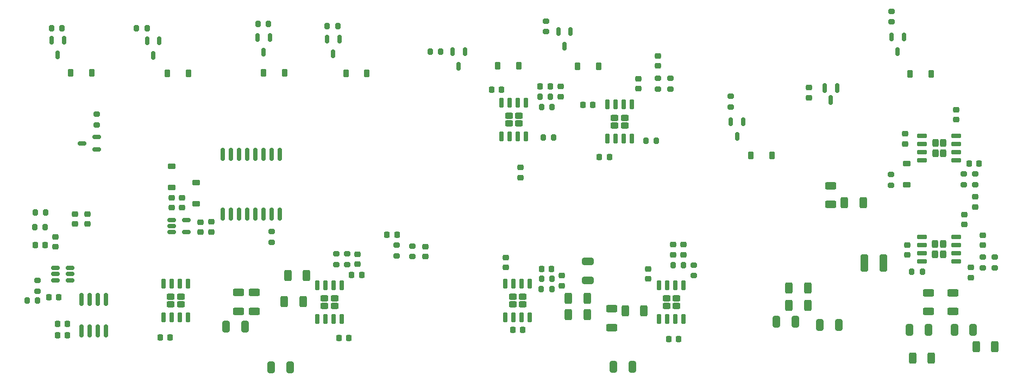
<source format=gbr>
G04 #@! TF.GenerationSoftware,KiCad,Pcbnew,9.0.4*
G04 #@! TF.CreationDate,2025-10-15T13:49:24+02:00*
G04 #@! TF.ProjectId,io-gateway,696f2d67-6174-4657-9761-792e6b696361,rev?*
G04 #@! TF.SameCoordinates,Original*
G04 #@! TF.FileFunction,Paste,Bot*
G04 #@! TF.FilePolarity,Positive*
%FSLAX46Y46*%
G04 Gerber Fmt 4.6, Leading zero omitted, Abs format (unit mm)*
G04 Created by KiCad (PCBNEW 9.0.4) date 2025-10-15 13:49:24*
%MOMM*%
%LPD*%
G01*
G04 APERTURE LIST*
G04 Aperture macros list*
%AMRoundRect*
0 Rectangle with rounded corners*
0 $1 Rounding radius*
0 $2 $3 $4 $5 $6 $7 $8 $9 X,Y pos of 4 corners*
0 Add a 4 corners polygon primitive as box body*
4,1,4,$2,$3,$4,$5,$6,$7,$8,$9,$2,$3,0*
0 Add four circle primitives for the rounded corners*
1,1,$1+$1,$2,$3*
1,1,$1+$1,$4,$5*
1,1,$1+$1,$6,$7*
1,1,$1+$1,$8,$9*
0 Add four rect primitives between the rounded corners*
20,1,$1+$1,$2,$3,$4,$5,0*
20,1,$1+$1,$4,$5,$6,$7,0*
20,1,$1+$1,$6,$7,$8,$9,0*
20,1,$1+$1,$8,$9,$2,$3,0*%
G04 Aperture macros list end*
%ADD10RoundRect,0.242500X-0.382500X0.242500X-0.382500X-0.242500X0.382500X-0.242500X0.382500X0.242500X0*%
%ADD11RoundRect,0.150000X-0.150000X0.650000X-0.150000X-0.650000X0.150000X-0.650000X0.150000X0.650000X0*%
%ADD12RoundRect,0.200000X0.200000X0.275000X-0.200000X0.275000X-0.200000X-0.275000X0.200000X-0.275000X0*%
%ADD13RoundRect,0.200000X0.275000X-0.200000X0.275000X0.200000X-0.275000X0.200000X-0.275000X-0.200000X0*%
%ADD14RoundRect,0.150000X-0.150000X0.587500X-0.150000X-0.587500X0.150000X-0.587500X0.150000X0.587500X0*%
%ADD15RoundRect,0.225000X-0.225000X-0.250000X0.225000X-0.250000X0.225000X0.250000X-0.225000X0.250000X0*%
%ADD16RoundRect,0.225000X0.250000X-0.225000X0.250000X0.225000X-0.250000X0.225000X-0.250000X-0.225000X0*%
%ADD17RoundRect,0.150000X0.512500X0.150000X-0.512500X0.150000X-0.512500X-0.150000X0.512500X-0.150000X0*%
%ADD18RoundRect,0.150000X-0.150000X0.512500X-0.150000X-0.512500X0.150000X-0.512500X0.150000X0.512500X0*%
%ADD19RoundRect,0.225000X-0.250000X0.225000X-0.250000X-0.225000X0.250000X-0.225000X0.250000X0.225000X0*%
%ADD20RoundRect,0.225000X0.225000X0.250000X-0.225000X0.250000X-0.225000X-0.250000X0.225000X-0.250000X0*%
%ADD21RoundRect,0.225000X0.225000X0.375000X-0.225000X0.375000X-0.225000X-0.375000X0.225000X-0.375000X0*%
%ADD22RoundRect,0.250000X0.625000X-0.312500X0.625000X0.312500X-0.625000X0.312500X-0.625000X-0.312500X0*%
%ADD23RoundRect,0.250000X-0.325000X-0.650000X0.325000X-0.650000X0.325000X0.650000X-0.325000X0.650000X0*%
%ADD24RoundRect,0.250000X-0.312500X-0.625000X0.312500X-0.625000X0.312500X0.625000X-0.312500X0.625000X0*%
%ADD25RoundRect,0.200000X-0.275000X0.200000X-0.275000X-0.200000X0.275000X-0.200000X0.275000X0.200000X0*%
%ADD26RoundRect,0.242500X0.242500X0.382500X-0.242500X0.382500X-0.242500X-0.382500X0.242500X-0.382500X0*%
%ADD27RoundRect,0.150000X0.650000X0.150000X-0.650000X0.150000X-0.650000X-0.150000X0.650000X-0.150000X0*%
%ADD28RoundRect,0.150000X-0.150000X0.875000X-0.150000X-0.875000X0.150000X-0.875000X0.150000X0.875000X0*%
%ADD29RoundRect,0.225000X0.375000X-0.225000X0.375000X0.225000X-0.375000X0.225000X-0.375000X-0.225000X0*%
%ADD30RoundRect,0.250000X-0.325000X-1.100000X0.325000X-1.100000X0.325000X1.100000X-0.325000X1.100000X0*%
%ADD31RoundRect,0.250000X0.312500X0.625000X-0.312500X0.625000X-0.312500X-0.625000X0.312500X-0.625000X0*%
%ADD32RoundRect,0.150000X-0.150000X0.825000X-0.150000X-0.825000X0.150000X-0.825000X0.150000X0.825000X0*%
%ADD33RoundRect,0.200000X-0.200000X-0.275000X0.200000X-0.275000X0.200000X0.275000X-0.200000X0.275000X0*%
%ADD34RoundRect,0.250000X-0.650000X0.325000X-0.650000X-0.325000X0.650000X-0.325000X0.650000X0.325000X0*%
%ADD35RoundRect,0.250000X-0.625000X0.312500X-0.625000X-0.312500X0.625000X-0.312500X0.625000X0.312500X0*%
%ADD36RoundRect,0.150000X-0.512500X-0.150000X0.512500X-0.150000X0.512500X0.150000X-0.512500X0.150000X0*%
G04 APERTURE END LIST*
D10*
X129172000Y-84219000D03*
X127622000Y-84219000D03*
X129172000Y-85419000D03*
X127622000Y-85419000D03*
D11*
X126492000Y-82169000D03*
X127762000Y-82169000D03*
X129032000Y-82169000D03*
X130302000Y-82169000D03*
X130302000Y-87469000D03*
X129032000Y-87469000D03*
X127762000Y-87469000D03*
X126492000Y-87469000D03*
D12*
X134619000Y-87630000D03*
X132969000Y-87630000D03*
D13*
X63373000Y-85661000D03*
X63373000Y-84011000D03*
D14*
X176850000Y-79913000D03*
X178750000Y-79913000D03*
X177800000Y-81788000D03*
D15*
X199325000Y-91650000D03*
X200875000Y-91650000D03*
D16*
X60014000Y-101092000D03*
X60014000Y-99542000D03*
D17*
X59252000Y-107955000D03*
X59252000Y-108905000D03*
X59252000Y-109855000D03*
X56977000Y-109855000D03*
X56977000Y-108905000D03*
X56977000Y-107955000D03*
D16*
X189382400Y-88608200D03*
X189382400Y-87058200D03*
D18*
X71236800Y-72528000D03*
X73136800Y-72528000D03*
X72186800Y-74803000D03*
D19*
X174371000Y-79870000D03*
X174371000Y-81420000D03*
D16*
X150876000Y-76467000D03*
X150876000Y-74917000D03*
X135686800Y-81250000D03*
X135686800Y-79700000D03*
D20*
X140678200Y-82499200D03*
X139128200Y-82499200D03*
D21*
X193450000Y-77750000D03*
X190150000Y-77750000D03*
D22*
X196850000Y-114746500D03*
X196850000Y-111821500D03*
D16*
X154838200Y-105887400D03*
X154838200Y-104337400D03*
X127100000Y-107850000D03*
X127100000Y-106300000D03*
D13*
X90678000Y-103949000D03*
X90678000Y-102299000D03*
D10*
X100435000Y-112671000D03*
X98885000Y-112671000D03*
X100435000Y-113871000D03*
X98885000Y-113871000D03*
D11*
X97755000Y-110621000D03*
X99025000Y-110621000D03*
X100295000Y-110621000D03*
X101565000Y-110621000D03*
X101565000Y-115921000D03*
X100295000Y-115921000D03*
X99025000Y-115921000D03*
X97755000Y-115921000D03*
D15*
X132486400Y-79629000D03*
X134036400Y-79629000D03*
D23*
X90525000Y-123400000D03*
X93475000Y-123400000D03*
D19*
X200253600Y-96875600D03*
X200253600Y-98425600D03*
D20*
X58826400Y-116636800D03*
X57276400Y-116636800D03*
D24*
X92587500Y-113150000D03*
X95512500Y-113150000D03*
D17*
X63362000Y-87569000D03*
X63362000Y-89469000D03*
X61087000Y-88519000D03*
D20*
X126492000Y-80162400D03*
X124942000Y-80162400D03*
D15*
X128192000Y-117590000D03*
X129742000Y-117590000D03*
D12*
X100964000Y-70256400D03*
X99314000Y-70256400D03*
D24*
X179887500Y-97750000D03*
X182812500Y-97750000D03*
D10*
X145643600Y-84531200D03*
X144093600Y-84531200D03*
X145643600Y-85731200D03*
X144093600Y-85731200D03*
D11*
X142963600Y-82481200D03*
X144233600Y-82481200D03*
X145503600Y-82481200D03*
X146773600Y-82481200D03*
X146773600Y-87781200D03*
X145503600Y-87781200D03*
X144233600Y-87781200D03*
X142963600Y-87781200D03*
D20*
X143269000Y-90678000D03*
X141719000Y-90678000D03*
D22*
X177800000Y-98062500D03*
X177800000Y-95137500D03*
D20*
X57487000Y-112522000D03*
X55937000Y-112522000D03*
D16*
X198577200Y-101206600D03*
X198577200Y-99656600D03*
D25*
X156450000Y-107500000D03*
X156450000Y-109150000D03*
D24*
X171237500Y-113750000D03*
X174162500Y-113750000D03*
D18*
X187250000Y-71975000D03*
X189150000Y-71975000D03*
X188200000Y-74250000D03*
D26*
X195256000Y-105804000D03*
X195256000Y-104254000D03*
X194056000Y-105804000D03*
X194056000Y-104254000D03*
D27*
X197306000Y-103124000D03*
X197306000Y-104394000D03*
X197306000Y-105664000D03*
X197306000Y-106934000D03*
X192006000Y-106934000D03*
X192006000Y-105664000D03*
X192006000Y-104394000D03*
X192006000Y-103124000D03*
D12*
X134325000Y-109650000D03*
X132675000Y-109650000D03*
D16*
X79552800Y-102337200D03*
X79552800Y-100787200D03*
D24*
X145737500Y-114600000D03*
X148662500Y-114600000D03*
X171237500Y-111100000D03*
X174162500Y-111100000D03*
D12*
X154825000Y-107500000D03*
X153175000Y-107500000D03*
D25*
X133400800Y-69470000D03*
X133400800Y-71120000D03*
D28*
X83058000Y-90268000D03*
X84328000Y-90268000D03*
X85598000Y-90268000D03*
X86868000Y-90268000D03*
X88138000Y-90268000D03*
X89408000Y-90268000D03*
X90678000Y-90268000D03*
X91948000Y-90268000D03*
X91948000Y-99568000D03*
X90678000Y-99568000D03*
X89408000Y-99568000D03*
X88138000Y-99568000D03*
X86868000Y-99568000D03*
X85598000Y-99568000D03*
X84328000Y-99568000D03*
X83058000Y-99568000D03*
D23*
X190041000Y-117602000D03*
X192991000Y-117602000D03*
D16*
X153212600Y-105887400D03*
X153212600Y-104337400D03*
D22*
X193040000Y-114746500D03*
X193040000Y-111821500D03*
D16*
X149301200Y-109639400D03*
X149301200Y-108089400D03*
D25*
X110150000Y-104425000D03*
X110150000Y-106075000D03*
D24*
X200437500Y-120200000D03*
X203362500Y-120200000D03*
D23*
X169312800Y-116332000D03*
X172262800Y-116332000D03*
D12*
X57975000Y-70561200D03*
X56325000Y-70561200D03*
D19*
X104050000Y-105800000D03*
X104050000Y-107350000D03*
D21*
X92703000Y-77571600D03*
X89403000Y-77571600D03*
D18*
X135321000Y-71131000D03*
X137221000Y-71131000D03*
X136271000Y-73406000D03*
D21*
X168629600Y-90424000D03*
X165329600Y-90424000D03*
X62636400Y-77571600D03*
X59336400Y-77571600D03*
D16*
X147828000Y-80023000D03*
X147828000Y-78473000D03*
D21*
X141629400Y-76504800D03*
X138329400Y-76504800D03*
D23*
X197026000Y-117602000D03*
X199976000Y-117602000D03*
D16*
X81280000Y-102324200D03*
X81280000Y-100774200D03*
D18*
X56352400Y-72502600D03*
X58252400Y-72502600D03*
X57302400Y-74777600D03*
X88458000Y-72045400D03*
X90358000Y-72045400D03*
X89408000Y-74320400D03*
D25*
X152750000Y-78400000D03*
X152750000Y-80050000D03*
D19*
X199644000Y-107886200D03*
X199644000Y-109436200D03*
D29*
X78867000Y-97917000D03*
X78867000Y-94617000D03*
D30*
X182981600Y-107188000D03*
X185931600Y-107188000D03*
D19*
X129413000Y-92316000D03*
X129413000Y-93866000D03*
D12*
X54150000Y-113050000D03*
X52500000Y-113050000D03*
D31*
X193450000Y-122000000D03*
X190525000Y-122000000D03*
D25*
X100700000Y-105775000D03*
X100700000Y-107425000D03*
D12*
X134075000Y-81250000D03*
X132425000Y-81250000D03*
D25*
X54172000Y-109919000D03*
X54172000Y-111569000D03*
D15*
X103100000Y-109050000D03*
X104650000Y-109050000D03*
D20*
X110175000Y-102800000D03*
X108625000Y-102800000D03*
D32*
X61010800Y-112826800D03*
X62280800Y-112826800D03*
X63550800Y-112826800D03*
X64820800Y-112826800D03*
X64820800Y-117776800D03*
X63550800Y-117776800D03*
X62280800Y-117776800D03*
X61010800Y-117776800D03*
D25*
X150876000Y-78423000D03*
X150876000Y-80073000D03*
D12*
X134350000Y-82850000D03*
X132700000Y-82850000D03*
D13*
X200253600Y-94945200D03*
X200253600Y-93295200D03*
D33*
X190386200Y-108559600D03*
X192036200Y-108559600D03*
D29*
X75057000Y-95376000D03*
X75057000Y-92076000D03*
D10*
X129755000Y-112418000D03*
X128205000Y-112418000D03*
X129755000Y-113618000D03*
X128205000Y-113618000D03*
D11*
X127075000Y-110368000D03*
X128345000Y-110368000D03*
X129615000Y-110368000D03*
X130885000Y-110368000D03*
X130885000Y-115668000D03*
X129615000Y-115668000D03*
X128345000Y-115668000D03*
X127075000Y-115668000D03*
D15*
X132725000Y-108100000D03*
X134275000Y-108100000D03*
D25*
X203300000Y-106275000D03*
X203300000Y-107925000D03*
D33*
X69583800Y-70612000D03*
X71233800Y-70612000D03*
D16*
X201472800Y-104407000D03*
X201472800Y-102857000D03*
D23*
X83566000Y-117094000D03*
X86516000Y-117094000D03*
D16*
X197358000Y-84836000D03*
X197358000Y-83286000D03*
D25*
X162204400Y-81217000D03*
X162204400Y-82867000D03*
D16*
X61919000Y-101105000D03*
X61919000Y-99555000D03*
X135839200Y-110700000D03*
X135839200Y-109150000D03*
D18*
X118851600Y-74218800D03*
X120751600Y-74218800D03*
X119801600Y-76493800D03*
D20*
X74816000Y-118745000D03*
X73266000Y-118745000D03*
D22*
X85450000Y-114685000D03*
X85450000Y-111760000D03*
D26*
X195274000Y-90056000D03*
X195274000Y-88506000D03*
X194074000Y-90056000D03*
X194074000Y-88506000D03*
D27*
X197324000Y-87376000D03*
X197324000Y-88646000D03*
X197324000Y-89916000D03*
X197324000Y-91186000D03*
X192024000Y-91186000D03*
X192024000Y-89916000D03*
X192024000Y-88646000D03*
X192024000Y-87376000D03*
D23*
X176050000Y-116840000D03*
X179000000Y-116840000D03*
D33*
X53689400Y-101600000D03*
X55339400Y-101600000D03*
D12*
X90131400Y-69951600D03*
X88481400Y-69951600D03*
D31*
X139812500Y-112650000D03*
X136887500Y-112650000D03*
D21*
X77697600Y-77622400D03*
X74397600Y-77622400D03*
D25*
X187234800Y-67969500D03*
X187234800Y-69619500D03*
D22*
X87900000Y-114675000D03*
X87900000Y-111750000D03*
D10*
X76480000Y-112430000D03*
X74930000Y-112430000D03*
X76480000Y-113630000D03*
X74930000Y-113630000D03*
D11*
X73800000Y-110380000D03*
X75070000Y-110380000D03*
X76340000Y-110380000D03*
X77610000Y-110380000D03*
X77610000Y-115680000D03*
X76340000Y-115680000D03*
X75070000Y-115680000D03*
X73800000Y-115680000D03*
D19*
X189738000Y-104394000D03*
X189738000Y-105944000D03*
D21*
X105494600Y-77597000D03*
X102194600Y-77597000D03*
D10*
X153710000Y-112659000D03*
X152160000Y-112659000D03*
X153710000Y-113859000D03*
X152160000Y-113859000D03*
D11*
X151030000Y-110609000D03*
X152300000Y-110609000D03*
X153570000Y-110609000D03*
X154840000Y-110609000D03*
X154840000Y-115909000D03*
X153570000Y-115909000D03*
X152300000Y-115909000D03*
X151030000Y-115909000D03*
D12*
X150595600Y-88087200D03*
X148945600Y-88087200D03*
D34*
X139903200Y-106932200D03*
X139903200Y-109882200D03*
D16*
X76708000Y-98565000D03*
X76708000Y-97015000D03*
D20*
X58826400Y-118414800D03*
X57276400Y-118414800D03*
D19*
X114600000Y-104625000D03*
X114600000Y-106175000D03*
D15*
X53791000Y-104394000D03*
X55341000Y-104394000D03*
D23*
X143875000Y-123350000D03*
X146825000Y-123350000D03*
D13*
X198500000Y-94950000D03*
X198500000Y-93300000D03*
D12*
X55441000Y-99314000D03*
X53791000Y-99314000D03*
D29*
X189611000Y-94996000D03*
X189611000Y-91696000D03*
D18*
X99278400Y-72319300D03*
X101178400Y-72319300D03*
X100228400Y-74594300D03*
D33*
X115354600Y-74218800D03*
X117004600Y-74218800D03*
D16*
X75057000Y-98565000D03*
X75057000Y-97015000D03*
D15*
X101116800Y-118872000D03*
X102666800Y-118872000D03*
D13*
X187147200Y-95046800D03*
X187147200Y-93396800D03*
D25*
X102400000Y-105775000D03*
X102400000Y-107425000D03*
D16*
X56966000Y-104661000D03*
X56966000Y-103111000D03*
D21*
X129158000Y-76454000D03*
X125858000Y-76454000D03*
D15*
X152500000Y-119000000D03*
X154050000Y-119000000D03*
D18*
X162219600Y-85151800D03*
X164119600Y-85151800D03*
X163169600Y-87426800D03*
D12*
X134314600Y-111199600D03*
X132664600Y-111199600D03*
D25*
X112550000Y-104550000D03*
X112550000Y-106200000D03*
X201472800Y-106261400D03*
X201472800Y-107911400D03*
D35*
X143650000Y-114287500D03*
X143650000Y-117212500D03*
D31*
X139812500Y-115250000D03*
X136887500Y-115250000D03*
D36*
X75093400Y-102382400D03*
X75093400Y-101432400D03*
X75093400Y-100482400D03*
X77368400Y-100482400D03*
X77368400Y-102382400D03*
D24*
X93137500Y-109100000D03*
X96062500Y-109100000D03*
M02*

</source>
